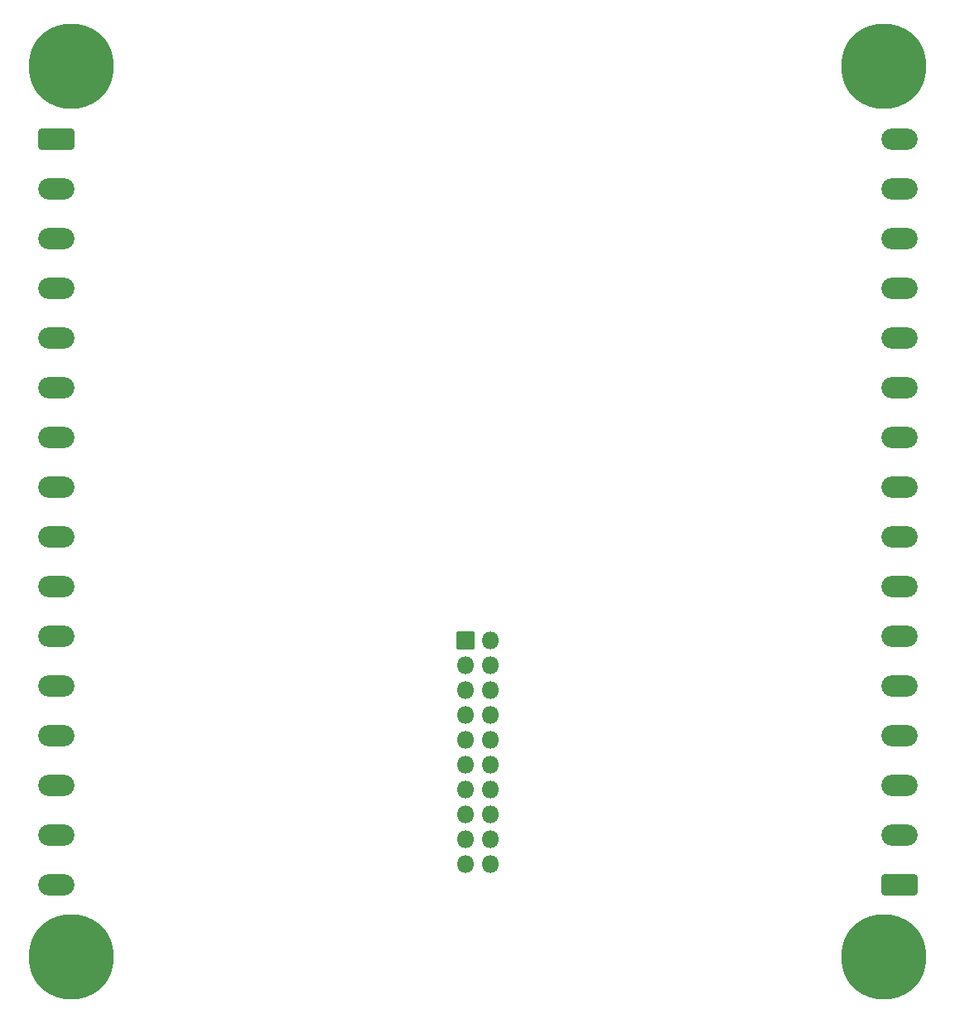
<source format=gbr>
G04 #@! TF.GenerationSoftware,KiCad,Pcbnew,7.0.1*
G04 #@! TF.CreationDate,2023-06-29T16:02:41+02:00*
G04 #@! TF.ProjectId,Magnetsteuerung_v2.1,4d61676e-6574-4737-9465-756572756e67,rev?*
G04 #@! TF.SameCoordinates,Original*
G04 #@! TF.FileFunction,Soldermask,Bot*
G04 #@! TF.FilePolarity,Negative*
%FSLAX46Y46*%
G04 Gerber Fmt 4.6, Leading zero omitted, Abs format (unit mm)*
G04 Created by KiCad (PCBNEW 7.0.1) date 2023-06-29 16:02:41*
%MOMM*%
%LPD*%
G01*
G04 APERTURE LIST*
G04 Aperture macros list*
%AMRoundRect*
0 Rectangle with rounded corners*
0 $1 Rounding radius*
0 $2 $3 $4 $5 $6 $7 $8 $9 X,Y pos of 4 corners*
0 Add a 4 corners polygon primitive as box body*
4,1,4,$2,$3,$4,$5,$6,$7,$8,$9,$2,$3,0*
0 Add four circle primitives for the rounded corners*
1,1,$1+$1,$2,$3*
1,1,$1+$1,$4,$5*
1,1,$1+$1,$6,$7*
1,1,$1+$1,$8,$9*
0 Add four rect primitives between the rounded corners*
20,1,$1+$1,$2,$3,$4,$5,0*
20,1,$1+$1,$4,$5,$6,$7,0*
20,1,$1+$1,$6,$7,$8,$9,0*
20,1,$1+$1,$8,$9,$2,$3,0*%
G04 Aperture macros list end*
%ADD10C,1.002000*%
%ADD11C,8.702000*%
%ADD12RoundRect,0.051000X-0.850000X-0.850000X0.850000X-0.850000X0.850000X0.850000X-0.850000X0.850000X0*%
%ADD13O,1.802000X1.802000*%
%ADD14RoundRect,0.300999X1.550001X-0.790001X1.550001X0.790001X-1.550001X0.790001X-1.550001X-0.790001X0*%
%ADD15O,3.702000X2.182000*%
%ADD16RoundRect,0.300999X-1.550001X0.790001X-1.550001X-0.790001X1.550001X-0.790001X1.550001X0.790001X0*%
G04 APERTURE END LIST*
D10*
X90275000Y-35500000D03*
X91219581Y-33219581D03*
X91219581Y-37780419D03*
X93500000Y-32275000D03*
D11*
X93500000Y-35500000D03*
D10*
X93500000Y-38725000D03*
X95780419Y-33219581D03*
X95780419Y-37780419D03*
X96725000Y-35500000D03*
X173275000Y-35500000D03*
X174219581Y-33219581D03*
X174219581Y-37780419D03*
X176500000Y-32275000D03*
D11*
X176500000Y-35500000D03*
D10*
X176500000Y-38725000D03*
X178780419Y-33219581D03*
X178780419Y-37780419D03*
X179725000Y-35500000D03*
X173275000Y-126500000D03*
X174219581Y-124219581D03*
X174219581Y-128780419D03*
X176500000Y-123275000D03*
D11*
X176500000Y-126500000D03*
D10*
X176500000Y-129725000D03*
X178780419Y-124219581D03*
X178780419Y-128780419D03*
X179725000Y-126500000D03*
D12*
X133725000Y-94145000D03*
D13*
X136265000Y-94145000D03*
X133725000Y-96685000D03*
X136265000Y-96685000D03*
X133725000Y-99225000D03*
X136265000Y-99225000D03*
X133725000Y-101765000D03*
X136265000Y-101765000D03*
X133725000Y-104305000D03*
X136265000Y-104305000D03*
X133725000Y-106845000D03*
X136265000Y-106845000D03*
X133725000Y-109385000D03*
X136265000Y-109385000D03*
X133725000Y-111925000D03*
X136265000Y-111925000D03*
X133725000Y-114465000D03*
X136265000Y-114465000D03*
X133725000Y-117005000D03*
X136265000Y-117005000D03*
D10*
X90275000Y-126500000D03*
X91219581Y-124219581D03*
X91219581Y-128780419D03*
X93500000Y-123275000D03*
D11*
X93500000Y-126500000D03*
D10*
X93500000Y-129725000D03*
X95780419Y-124219581D03*
X95780419Y-128780419D03*
X96725000Y-126500000D03*
D14*
X178100000Y-119100000D03*
D15*
X178100000Y-114020000D03*
X178100000Y-108940000D03*
X178100000Y-103860000D03*
X178100000Y-98780000D03*
X178100000Y-93700000D03*
X178100000Y-88620000D03*
X178100000Y-83540000D03*
X178100000Y-78460000D03*
X178100000Y-73380000D03*
X178100000Y-68300000D03*
X178100000Y-63220000D03*
X178100000Y-58140000D03*
X178100000Y-53060000D03*
X178100000Y-47980000D03*
X178100000Y-42900000D03*
D16*
X91900000Y-42900000D03*
D15*
X91900000Y-47980000D03*
X91900000Y-53060000D03*
X91900000Y-58140000D03*
X91900000Y-63220000D03*
X91900000Y-68300000D03*
X91900000Y-73380000D03*
X91900000Y-78460000D03*
X91900000Y-83540000D03*
X91900000Y-88620000D03*
X91900000Y-93700000D03*
X91900000Y-98780000D03*
X91900000Y-103860000D03*
X91900000Y-108940000D03*
X91900000Y-114020000D03*
X91900000Y-119100000D03*
G36*
X179641844Y-120189905D02*
G01*
X179642001Y-120191803D01*
X179640499Y-120192972D01*
X179640493Y-120192973D01*
X179640164Y-120193000D01*
X176559836Y-120193000D01*
X176558422Y-120192414D01*
X176558421Y-120192413D01*
X176557835Y-120190999D01*
X176558421Y-120189585D01*
X176559835Y-120188999D01*
X179640170Y-120188999D01*
X179641844Y-120189905D01*
G37*
G36*
X93441844Y-43989905D02*
G01*
X93442001Y-43991803D01*
X93440499Y-43992972D01*
X93440493Y-43992973D01*
X93440164Y-43993000D01*
X90359836Y-43993000D01*
X90358422Y-43992414D01*
X90358421Y-43992413D01*
X90357835Y-43990999D01*
X90358421Y-43989585D01*
X90359835Y-43988999D01*
X93440170Y-43988999D01*
X93441844Y-43989905D01*
G37*
M02*

</source>
